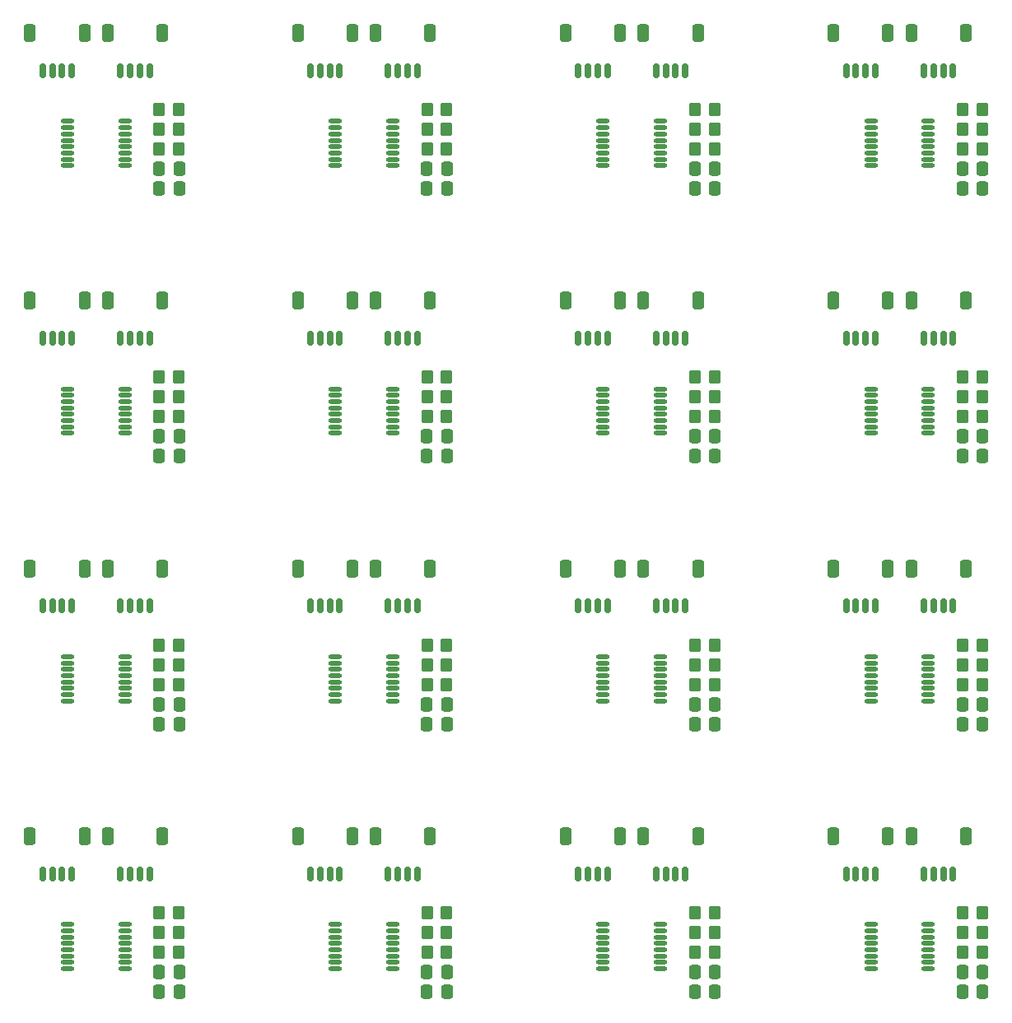
<source format=gbr>
%TF.GenerationSoftware,KiCad,Pcbnew,(6.0.7)*%
%TF.CreationDate,2022-10-24T21:44:15-05:00*%
%TF.ProjectId,Panelized,50616e65-6c69-47a6-9564-2e6b69636164,4*%
%TF.SameCoordinates,Original*%
%TF.FileFunction,Paste,Top*%
%TF.FilePolarity,Positive*%
%FSLAX46Y46*%
G04 Gerber Fmt 4.6, Leading zero omitted, Abs format (unit mm)*
G04 Created by KiCad (PCBNEW (6.0.7)) date 2022-10-24 21:44:15*
%MOMM*%
%LPD*%
G01*
G04 APERTURE LIST*
G04 Aperture macros list*
%AMRoundRect*
0 Rectangle with rounded corners*
0 $1 Rounding radius*
0 $2 $3 $4 $5 $6 $7 $8 $9 X,Y pos of 4 corners*
0 Add a 4 corners polygon primitive as box body*
4,1,4,$2,$3,$4,$5,$6,$7,$8,$9,$2,$3,0*
0 Add four circle primitives for the rounded corners*
1,1,$1+$1,$2,$3*
1,1,$1+$1,$4,$5*
1,1,$1+$1,$6,$7*
1,1,$1+$1,$8,$9*
0 Add four rect primitives between the rounded corners*
20,1,$1+$1,$2,$3,$4,$5,0*
20,1,$1+$1,$4,$5,$6,$7,0*
20,1,$1+$1,$6,$7,$8,$9,0*
20,1,$1+$1,$8,$9,$2,$3,0*%
G04 Aperture macros list end*
%ADD10O,1.400000X0.449999*%
%ADD11RoundRect,0.250000X0.350000X0.450000X-0.350000X0.450000X-0.350000X-0.450000X0.350000X-0.450000X0*%
%ADD12RoundRect,0.250000X0.337500X0.475000X-0.337500X0.475000X-0.337500X-0.475000X0.337500X-0.475000X0*%
%ADD13RoundRect,0.150000X0.150000X0.625000X-0.150000X0.625000X-0.150000X-0.625000X0.150000X-0.625000X0*%
%ADD14RoundRect,0.250000X0.350000X0.650000X-0.350000X0.650000X-0.350000X-0.650000X0.350000X-0.650000X0*%
%ADD15RoundRect,0.250000X-0.337500X-0.475000X0.337500X-0.475000X0.337500X0.475000X-0.337500X0.475000X0*%
G04 APERTURE END LIST*
D10*
%TO.C,U1*%
X60090001Y-33225001D03*
X60090001Y-33875002D03*
X60090001Y-34525001D03*
X60090001Y-35175002D03*
X60090001Y-35825001D03*
X60090001Y-36475002D03*
X60090001Y-37125001D03*
X60090001Y-37775002D03*
X65990002Y-37775002D03*
X65990002Y-37125001D03*
X65990002Y-36475002D03*
X65990002Y-35825001D03*
X65990002Y-35175002D03*
X65990002Y-34525001D03*
X65990002Y-33875002D03*
X65990002Y-33225001D03*
%TD*%
D11*
%TO.C,R3*%
X126620000Y-59540000D03*
X124620000Y-59540000D03*
%TD*%
D10*
%TO.C,U1*%
X60090001Y-60765001D03*
X60090001Y-61415002D03*
X60090001Y-62065001D03*
X60090001Y-62715002D03*
X60090001Y-63365001D03*
X60090001Y-64015002D03*
X60090001Y-64665001D03*
X60090001Y-65315002D03*
X65990002Y-65315002D03*
X65990002Y-64665001D03*
X65990002Y-64015002D03*
X65990002Y-63365001D03*
X65990002Y-62715002D03*
X65990002Y-62065001D03*
X65990002Y-61415002D03*
X65990002Y-60765001D03*
%TD*%
%TO.C,U1*%
X87630001Y-115845001D03*
X87630001Y-116495002D03*
X87630001Y-117145001D03*
X87630001Y-117795002D03*
X87630001Y-118445001D03*
X87630001Y-119095002D03*
X87630001Y-119745001D03*
X87630001Y-120395002D03*
X93530002Y-120395002D03*
X93530002Y-119745001D03*
X93530002Y-119095002D03*
X93530002Y-118445001D03*
X93530002Y-117795002D03*
X93530002Y-117145001D03*
X93530002Y-116495002D03*
X93530002Y-115845001D03*
%TD*%
D12*
%TO.C,C1*%
X126657500Y-38096000D03*
X124582500Y-38096000D03*
%TD*%
%TO.C,C1*%
X99117500Y-93176000D03*
X97042500Y-93176000D03*
%TD*%
D10*
%TO.C,U1*%
X87630001Y-88305001D03*
X87630001Y-88955002D03*
X87630001Y-89605001D03*
X87630001Y-90255002D03*
X87630001Y-90905001D03*
X87630001Y-91555002D03*
X87630001Y-92205001D03*
X87630001Y-92855002D03*
X93530002Y-92855002D03*
X93530002Y-92205001D03*
X93530002Y-91555002D03*
X93530002Y-90905001D03*
X93530002Y-90255002D03*
X93530002Y-89605001D03*
X93530002Y-88955002D03*
X93530002Y-88305001D03*
%TD*%
D13*
%TO.C,J3*%
X96080000Y-55540000D03*
X95080000Y-55540000D03*
X94080000Y-55540000D03*
X93080000Y-55540000D03*
D14*
X91780000Y-51665000D03*
X97380000Y-51665000D03*
%TD*%
D11*
%TO.C,R2*%
X71540000Y-91144000D03*
X69540000Y-91144000D03*
%TD*%
D12*
%TO.C,C1*%
X71577500Y-38096000D03*
X69502500Y-38096000D03*
%TD*%
D11*
%TO.C,R3*%
X99080000Y-32000000D03*
X97080000Y-32000000D03*
%TD*%
D13*
%TO.C,J3*%
X68540000Y-83080000D03*
X67540000Y-83080000D03*
X66540000Y-83080000D03*
X65540000Y-83080000D03*
D14*
X69840000Y-79205000D03*
X64240000Y-79205000D03*
%TD*%
D10*
%TO.C,U1*%
X115170001Y-115845001D03*
X115170001Y-116495002D03*
X115170001Y-117145001D03*
X115170001Y-117795002D03*
X115170001Y-118445001D03*
X115170001Y-119095002D03*
X115170001Y-119745001D03*
X115170001Y-120395002D03*
X121070002Y-120395002D03*
X121070002Y-119745001D03*
X121070002Y-119095002D03*
X121070002Y-118445001D03*
X121070002Y-117795002D03*
X121070002Y-117145001D03*
X121070002Y-116495002D03*
X121070002Y-115845001D03*
%TD*%
D11*
%TO.C,R1*%
X99080000Y-116652000D03*
X97080000Y-116652000D03*
%TD*%
D12*
%TO.C,C1*%
X126657500Y-93176000D03*
X124582500Y-93176000D03*
%TD*%
D13*
%TO.C,J3*%
X96080000Y-83080000D03*
X95080000Y-83080000D03*
X94080000Y-83080000D03*
X93080000Y-83080000D03*
D14*
X97380000Y-79205000D03*
X91780000Y-79205000D03*
%TD*%
D11*
%TO.C,R2*%
X126620000Y-118684000D03*
X124620000Y-118684000D03*
%TD*%
%TO.C,R1*%
X71540000Y-89112000D03*
X69540000Y-89112000D03*
%TD*%
D15*
%TO.C,C2*%
X41962500Y-95208000D03*
X44037500Y-95208000D03*
%TD*%
D10*
%TO.C,U1*%
X87630001Y-33225001D03*
X87630001Y-33875002D03*
X87630001Y-34525001D03*
X87630001Y-35175002D03*
X87630001Y-35825001D03*
X87630001Y-36475002D03*
X87630001Y-37125001D03*
X87630001Y-37775002D03*
X93530002Y-37775002D03*
X93530002Y-37125001D03*
X93530002Y-36475002D03*
X93530002Y-35825001D03*
X93530002Y-35175002D03*
X93530002Y-34525001D03*
X93530002Y-33875002D03*
X93530002Y-33225001D03*
%TD*%
%TO.C,U1*%
X32550001Y-33225001D03*
X32550001Y-33875002D03*
X32550001Y-34525001D03*
X32550001Y-35175002D03*
X32550001Y-35825001D03*
X32550001Y-36475002D03*
X32550001Y-37125001D03*
X32550001Y-37775002D03*
X38450002Y-37775002D03*
X38450002Y-37125001D03*
X38450002Y-36475002D03*
X38450002Y-35825001D03*
X38450002Y-35175002D03*
X38450002Y-34525001D03*
X38450002Y-33875002D03*
X38450002Y-33225001D03*
%TD*%
D12*
%TO.C,C1*%
X71577500Y-65636000D03*
X69502500Y-65636000D03*
%TD*%
D11*
%TO.C,R3*%
X44000000Y-32000000D03*
X42000000Y-32000000D03*
%TD*%
%TO.C,R2*%
X44000000Y-36064000D03*
X42000000Y-36064000D03*
%TD*%
D13*
%TO.C,J3*%
X68540000Y-55540000D03*
X67540000Y-55540000D03*
X66540000Y-55540000D03*
X65540000Y-55540000D03*
D14*
X64240000Y-51665000D03*
X69840000Y-51665000D03*
%TD*%
D10*
%TO.C,U1*%
X60090001Y-115845001D03*
X60090001Y-116495002D03*
X60090001Y-117145001D03*
X60090001Y-117795002D03*
X60090001Y-118445001D03*
X60090001Y-119095002D03*
X60090001Y-119745001D03*
X60090001Y-120395002D03*
X65990002Y-120395002D03*
X65990002Y-119745001D03*
X65990002Y-119095002D03*
X65990002Y-118445001D03*
X65990002Y-117795002D03*
X65990002Y-117145001D03*
X65990002Y-116495002D03*
X65990002Y-115845001D03*
%TD*%
D13*
%TO.C,J1*%
X60540000Y-83080000D03*
X59540000Y-83080000D03*
X58540000Y-83080000D03*
X57540000Y-83080000D03*
D14*
X61840000Y-79205000D03*
X56240000Y-79205000D03*
%TD*%
D11*
%TO.C,R1*%
X99080000Y-89112000D03*
X97080000Y-89112000D03*
%TD*%
%TO.C,R3*%
X44000000Y-114620000D03*
X42000000Y-114620000D03*
%TD*%
%TO.C,R1*%
X126620000Y-61572000D03*
X124620000Y-61572000D03*
%TD*%
D10*
%TO.C,U1*%
X87630001Y-60765001D03*
X87630001Y-61415002D03*
X87630001Y-62065001D03*
X87630001Y-62715002D03*
X87630001Y-63365001D03*
X87630001Y-64015002D03*
X87630001Y-64665001D03*
X87630001Y-65315002D03*
X93530002Y-65315002D03*
X93530002Y-64665001D03*
X93530002Y-64015002D03*
X93530002Y-63365001D03*
X93530002Y-62715002D03*
X93530002Y-62065001D03*
X93530002Y-61415002D03*
X93530002Y-60765001D03*
%TD*%
D13*
%TO.C,J1*%
X115620000Y-110620000D03*
X114620000Y-110620000D03*
X113620000Y-110620000D03*
X112620000Y-110620000D03*
D14*
X111320000Y-106745000D03*
X116920000Y-106745000D03*
%TD*%
D11*
%TO.C,R1*%
X126620000Y-34032000D03*
X124620000Y-34032000D03*
%TD*%
D10*
%TO.C,U1*%
X115170001Y-60765001D03*
X115170001Y-61415002D03*
X115170001Y-62065001D03*
X115170001Y-62715002D03*
X115170001Y-63365001D03*
X115170001Y-64015002D03*
X115170001Y-64665001D03*
X115170001Y-65315002D03*
X121070002Y-65315002D03*
X121070002Y-64665001D03*
X121070002Y-64015002D03*
X121070002Y-63365001D03*
X121070002Y-62715002D03*
X121070002Y-62065001D03*
X121070002Y-61415002D03*
X121070002Y-60765001D03*
%TD*%
D11*
%TO.C,R2*%
X99080000Y-36064000D03*
X97080000Y-36064000D03*
%TD*%
%TO.C,R2*%
X99080000Y-91144000D03*
X97080000Y-91144000D03*
%TD*%
D12*
%TO.C,C1*%
X126657500Y-65636000D03*
X124582500Y-65636000D03*
%TD*%
D11*
%TO.C,R2*%
X126620000Y-36064000D03*
X124620000Y-36064000D03*
%TD*%
D15*
%TO.C,C2*%
X124582500Y-67668000D03*
X126657500Y-67668000D03*
%TD*%
D11*
%TO.C,R3*%
X99080000Y-87080000D03*
X97080000Y-87080000D03*
%TD*%
D15*
%TO.C,C2*%
X124582500Y-95208000D03*
X126657500Y-95208000D03*
%TD*%
D11*
%TO.C,R2*%
X71540000Y-118684000D03*
X69540000Y-118684000D03*
%TD*%
%TO.C,R2*%
X44000000Y-91144000D03*
X42000000Y-91144000D03*
%TD*%
D12*
%TO.C,C1*%
X44037500Y-93176000D03*
X41962500Y-93176000D03*
%TD*%
D13*
%TO.C,J3*%
X41000000Y-110620000D03*
X40000000Y-110620000D03*
X39000000Y-110620000D03*
X38000000Y-110620000D03*
D14*
X42300000Y-106745000D03*
X36700000Y-106745000D03*
%TD*%
D12*
%TO.C,C1*%
X44037500Y-38096000D03*
X41962500Y-38096000D03*
%TD*%
D13*
%TO.C,J3*%
X41000000Y-55540000D03*
X40000000Y-55540000D03*
X39000000Y-55540000D03*
X38000000Y-55540000D03*
D14*
X42300000Y-51665000D03*
X36700000Y-51665000D03*
%TD*%
D15*
%TO.C,C2*%
X97042500Y-122748000D03*
X99117500Y-122748000D03*
%TD*%
D12*
%TO.C,C1*%
X71577500Y-93176000D03*
X69502500Y-93176000D03*
%TD*%
D13*
%TO.C,J1*%
X88080000Y-110620000D03*
X87080000Y-110620000D03*
X86080000Y-110620000D03*
X85080000Y-110620000D03*
D14*
X83780000Y-106745000D03*
X89380000Y-106745000D03*
%TD*%
D11*
%TO.C,R1*%
X126620000Y-89112000D03*
X124620000Y-89112000D03*
%TD*%
D12*
%TO.C,C1*%
X126657500Y-120716000D03*
X124582500Y-120716000D03*
%TD*%
D15*
%TO.C,C2*%
X41962500Y-40128000D03*
X44037500Y-40128000D03*
%TD*%
D11*
%TO.C,R3*%
X99080000Y-114620000D03*
X97080000Y-114620000D03*
%TD*%
D13*
%TO.C,J1*%
X115620000Y-55540000D03*
X114620000Y-55540000D03*
X113620000Y-55540000D03*
X112620000Y-55540000D03*
D14*
X116920000Y-51665000D03*
X111320000Y-51665000D03*
%TD*%
D11*
%TO.C,R2*%
X71540000Y-36064000D03*
X69540000Y-36064000D03*
%TD*%
D13*
%TO.C,J1*%
X115620000Y-28000000D03*
X114620000Y-28000000D03*
X113620000Y-28000000D03*
X112620000Y-28000000D03*
D14*
X111320000Y-24125000D03*
X116920000Y-24125000D03*
%TD*%
D13*
%TO.C,J1*%
X88080000Y-28000000D03*
X87080000Y-28000000D03*
X86080000Y-28000000D03*
X85080000Y-28000000D03*
D14*
X89380000Y-24125000D03*
X83780000Y-24125000D03*
%TD*%
D11*
%TO.C,R3*%
X126620000Y-32000000D03*
X124620000Y-32000000D03*
%TD*%
%TO.C,R3*%
X71540000Y-59540000D03*
X69540000Y-59540000D03*
%TD*%
%TO.C,R2*%
X44000000Y-118684000D03*
X42000000Y-118684000D03*
%TD*%
D13*
%TO.C,J3*%
X96080000Y-28000000D03*
X95080000Y-28000000D03*
X94080000Y-28000000D03*
X93080000Y-28000000D03*
D14*
X91780000Y-24125000D03*
X97380000Y-24125000D03*
%TD*%
D10*
%TO.C,U1*%
X32550001Y-115845001D03*
X32550001Y-116495002D03*
X32550001Y-117145001D03*
X32550001Y-117795002D03*
X32550001Y-118445001D03*
X32550001Y-119095002D03*
X32550001Y-119745001D03*
X32550001Y-120395002D03*
X38450002Y-120395002D03*
X38450002Y-119745001D03*
X38450002Y-119095002D03*
X38450002Y-118445001D03*
X38450002Y-117795002D03*
X38450002Y-117145001D03*
X38450002Y-116495002D03*
X38450002Y-115845001D03*
%TD*%
D11*
%TO.C,R1*%
X44000000Y-89112000D03*
X42000000Y-89112000D03*
%TD*%
D13*
%TO.C,J1*%
X33000000Y-110620000D03*
X32000000Y-110620000D03*
X31000000Y-110620000D03*
X30000000Y-110620000D03*
D14*
X28700000Y-106745000D03*
X34300000Y-106745000D03*
%TD*%
D11*
%TO.C,R1*%
X71540000Y-34032000D03*
X69540000Y-34032000D03*
%TD*%
D10*
%TO.C,U1*%
X60090001Y-88305001D03*
X60090001Y-88955002D03*
X60090001Y-89605001D03*
X60090001Y-90255002D03*
X60090001Y-90905001D03*
X60090001Y-91555002D03*
X60090001Y-92205001D03*
X60090001Y-92855002D03*
X65990002Y-92855002D03*
X65990002Y-92205001D03*
X65990002Y-91555002D03*
X65990002Y-90905001D03*
X65990002Y-90255002D03*
X65990002Y-89605001D03*
X65990002Y-88955002D03*
X65990002Y-88305001D03*
%TD*%
D12*
%TO.C,C1*%
X99117500Y-65636000D03*
X97042500Y-65636000D03*
%TD*%
D11*
%TO.C,R3*%
X44000000Y-59540000D03*
X42000000Y-59540000D03*
%TD*%
D15*
%TO.C,C2*%
X69502500Y-122748000D03*
X71577500Y-122748000D03*
%TD*%
D12*
%TO.C,C1*%
X99117500Y-120716000D03*
X97042500Y-120716000D03*
%TD*%
D13*
%TO.C,J3*%
X123620000Y-83080000D03*
X122620000Y-83080000D03*
X121620000Y-83080000D03*
X120620000Y-83080000D03*
D14*
X124920000Y-79205000D03*
X119320000Y-79205000D03*
%TD*%
D11*
%TO.C,R1*%
X44000000Y-116652000D03*
X42000000Y-116652000D03*
%TD*%
D13*
%TO.C,J3*%
X68540000Y-28000000D03*
X67540000Y-28000000D03*
X66540000Y-28000000D03*
X65540000Y-28000000D03*
D14*
X64240000Y-24125000D03*
X69840000Y-24125000D03*
%TD*%
D15*
%TO.C,C2*%
X69502500Y-67668000D03*
X71577500Y-67668000D03*
%TD*%
D11*
%TO.C,R1*%
X99080000Y-61572000D03*
X97080000Y-61572000D03*
%TD*%
%TO.C,R3*%
X126620000Y-87080000D03*
X124620000Y-87080000D03*
%TD*%
%TO.C,R2*%
X99080000Y-63604000D03*
X97080000Y-63604000D03*
%TD*%
D13*
%TO.C,J3*%
X41000000Y-28000000D03*
X40000000Y-28000000D03*
X39000000Y-28000000D03*
X38000000Y-28000000D03*
D14*
X42300000Y-24125000D03*
X36700000Y-24125000D03*
%TD*%
D15*
%TO.C,C2*%
X124582500Y-40128000D03*
X126657500Y-40128000D03*
%TD*%
D13*
%TO.C,J3*%
X96080000Y-110620000D03*
X95080000Y-110620000D03*
X94080000Y-110620000D03*
X93080000Y-110620000D03*
D14*
X97380000Y-106745000D03*
X91780000Y-106745000D03*
%TD*%
D13*
%TO.C,J1*%
X88080000Y-55540000D03*
X87080000Y-55540000D03*
X86080000Y-55540000D03*
X85080000Y-55540000D03*
D14*
X89380000Y-51665000D03*
X83780000Y-51665000D03*
%TD*%
D11*
%TO.C,R2*%
X99080000Y-118684000D03*
X97080000Y-118684000D03*
%TD*%
D12*
%TO.C,C1*%
X71577500Y-120716000D03*
X69502500Y-120716000D03*
%TD*%
D13*
%TO.C,J1*%
X33000000Y-55540000D03*
X32000000Y-55540000D03*
X31000000Y-55540000D03*
X30000000Y-55540000D03*
D14*
X28700000Y-51665000D03*
X34300000Y-51665000D03*
%TD*%
D12*
%TO.C,C1*%
X44037500Y-120716000D03*
X41962500Y-120716000D03*
%TD*%
D15*
%TO.C,C2*%
X97042500Y-67668000D03*
X99117500Y-67668000D03*
%TD*%
D13*
%TO.C,J1*%
X88080000Y-83080000D03*
X87080000Y-83080000D03*
X86080000Y-83080000D03*
X85080000Y-83080000D03*
D14*
X89380000Y-79205000D03*
X83780000Y-79205000D03*
%TD*%
D13*
%TO.C,J3*%
X123620000Y-110620000D03*
X122620000Y-110620000D03*
X121620000Y-110620000D03*
X120620000Y-110620000D03*
D14*
X124920000Y-106745000D03*
X119320000Y-106745000D03*
%TD*%
D10*
%TO.C,U1*%
X32550001Y-88305001D03*
X32550001Y-88955002D03*
X32550001Y-89605001D03*
X32550001Y-90255002D03*
X32550001Y-90905001D03*
X32550001Y-91555002D03*
X32550001Y-92205001D03*
X32550001Y-92855002D03*
X38450002Y-92855002D03*
X38450002Y-92205001D03*
X38450002Y-91555002D03*
X38450002Y-90905001D03*
X38450002Y-90255002D03*
X38450002Y-89605001D03*
X38450002Y-88955002D03*
X38450002Y-88305001D03*
%TD*%
D13*
%TO.C,J3*%
X123620000Y-28000000D03*
X122620000Y-28000000D03*
X121620000Y-28000000D03*
X120620000Y-28000000D03*
D14*
X124920000Y-24125000D03*
X119320000Y-24125000D03*
%TD*%
D15*
%TO.C,C2*%
X41962500Y-122748000D03*
X44037500Y-122748000D03*
%TD*%
D10*
%TO.C,U1*%
X32550001Y-60765001D03*
X32550001Y-61415002D03*
X32550001Y-62065001D03*
X32550001Y-62715002D03*
X32550001Y-63365001D03*
X32550001Y-64015002D03*
X32550001Y-64665001D03*
X32550001Y-65315002D03*
X38450002Y-65315002D03*
X38450002Y-64665001D03*
X38450002Y-64015002D03*
X38450002Y-63365001D03*
X38450002Y-62715002D03*
X38450002Y-62065001D03*
X38450002Y-61415002D03*
X38450002Y-60765001D03*
%TD*%
D13*
%TO.C,J1*%
X60540000Y-28000000D03*
X59540000Y-28000000D03*
X58540000Y-28000000D03*
X57540000Y-28000000D03*
D14*
X56240000Y-24125000D03*
X61840000Y-24125000D03*
%TD*%
D13*
%TO.C,J1*%
X33000000Y-28000000D03*
X32000000Y-28000000D03*
X31000000Y-28000000D03*
X30000000Y-28000000D03*
D14*
X34300000Y-24125000D03*
X28700000Y-24125000D03*
%TD*%
D11*
%TO.C,R2*%
X126620000Y-91144000D03*
X124620000Y-91144000D03*
%TD*%
D13*
%TO.C,J1*%
X33000000Y-83080000D03*
X32000000Y-83080000D03*
X31000000Y-83080000D03*
X30000000Y-83080000D03*
D14*
X28700000Y-79205000D03*
X34300000Y-79205000D03*
%TD*%
D11*
%TO.C,R3*%
X44000000Y-87080000D03*
X42000000Y-87080000D03*
%TD*%
%TO.C,R3*%
X71540000Y-32000000D03*
X69540000Y-32000000D03*
%TD*%
D13*
%TO.C,J3*%
X123620000Y-55540000D03*
X122620000Y-55540000D03*
X121620000Y-55540000D03*
X120620000Y-55540000D03*
D14*
X119320000Y-51665000D03*
X124920000Y-51665000D03*
%TD*%
D11*
%TO.C,R1*%
X126620000Y-116652000D03*
X124620000Y-116652000D03*
%TD*%
%TO.C,R3*%
X71540000Y-87080000D03*
X69540000Y-87080000D03*
%TD*%
D15*
%TO.C,C2*%
X69502500Y-40128000D03*
X71577500Y-40128000D03*
%TD*%
D10*
%TO.C,U1*%
X115170001Y-33225001D03*
X115170001Y-33875002D03*
X115170001Y-34525001D03*
X115170001Y-35175002D03*
X115170001Y-35825001D03*
X115170001Y-36475002D03*
X115170001Y-37125001D03*
X115170001Y-37775002D03*
X121070002Y-37775002D03*
X121070002Y-37125001D03*
X121070002Y-36475002D03*
X121070002Y-35825001D03*
X121070002Y-35175002D03*
X121070002Y-34525001D03*
X121070002Y-33875002D03*
X121070002Y-33225001D03*
%TD*%
D11*
%TO.C,R3*%
X99080000Y-59540000D03*
X97080000Y-59540000D03*
%TD*%
D13*
%TO.C,J1*%
X60540000Y-110620000D03*
X59540000Y-110620000D03*
X58540000Y-110620000D03*
X57540000Y-110620000D03*
D14*
X61840000Y-106745000D03*
X56240000Y-106745000D03*
%TD*%
D15*
%TO.C,C2*%
X97042500Y-95208000D03*
X99117500Y-95208000D03*
%TD*%
D12*
%TO.C,C1*%
X99117500Y-38096000D03*
X97042500Y-38096000D03*
%TD*%
D15*
%TO.C,C2*%
X69502500Y-95208000D03*
X71577500Y-95208000D03*
%TD*%
D11*
%TO.C,R2*%
X44000000Y-63604000D03*
X42000000Y-63604000D03*
%TD*%
%TO.C,R1*%
X71540000Y-61572000D03*
X69540000Y-61572000D03*
%TD*%
%TO.C,R1*%
X44000000Y-61572000D03*
X42000000Y-61572000D03*
%TD*%
%TO.C,R3*%
X126620000Y-114620000D03*
X124620000Y-114620000D03*
%TD*%
%TO.C,R2*%
X126620000Y-63604000D03*
X124620000Y-63604000D03*
%TD*%
D15*
%TO.C,C2*%
X97042500Y-40128000D03*
X99117500Y-40128000D03*
%TD*%
D13*
%TO.C,J3*%
X68540000Y-110620000D03*
X67540000Y-110620000D03*
X66540000Y-110620000D03*
X65540000Y-110620000D03*
D14*
X64240000Y-106745000D03*
X69840000Y-106745000D03*
%TD*%
D15*
%TO.C,C2*%
X124582500Y-122748000D03*
X126657500Y-122748000D03*
%TD*%
D13*
%TO.C,J1*%
X60540000Y-55540000D03*
X59540000Y-55540000D03*
X58540000Y-55540000D03*
X57540000Y-55540000D03*
D14*
X61840000Y-51665000D03*
X56240000Y-51665000D03*
%TD*%
D10*
%TO.C,U1*%
X115170001Y-88305001D03*
X115170001Y-88955002D03*
X115170001Y-89605001D03*
X115170001Y-90255002D03*
X115170001Y-90905001D03*
X115170001Y-91555002D03*
X115170001Y-92205001D03*
X115170001Y-92855002D03*
X121070002Y-92855002D03*
X121070002Y-92205001D03*
X121070002Y-91555002D03*
X121070002Y-90905001D03*
X121070002Y-90255002D03*
X121070002Y-89605001D03*
X121070002Y-88955002D03*
X121070002Y-88305001D03*
%TD*%
D11*
%TO.C,R3*%
X71540000Y-114620000D03*
X69540000Y-114620000D03*
%TD*%
%TO.C,R1*%
X71540000Y-116652000D03*
X69540000Y-116652000D03*
%TD*%
%TO.C,R2*%
X71540000Y-63604000D03*
X69540000Y-63604000D03*
%TD*%
D13*
%TO.C,J3*%
X41000000Y-83080000D03*
X40000000Y-83080000D03*
X39000000Y-83080000D03*
X38000000Y-83080000D03*
D14*
X42300000Y-79205000D03*
X36700000Y-79205000D03*
%TD*%
D11*
%TO.C,R1*%
X44000000Y-34032000D03*
X42000000Y-34032000D03*
%TD*%
D12*
%TO.C,C1*%
X44037500Y-65636000D03*
X41962500Y-65636000D03*
%TD*%
D15*
%TO.C,C2*%
X41962500Y-67668000D03*
X44037500Y-67668000D03*
%TD*%
D11*
%TO.C,R1*%
X99080000Y-34032000D03*
X97080000Y-34032000D03*
%TD*%
D13*
%TO.C,J1*%
X115620000Y-83080000D03*
X114620000Y-83080000D03*
X113620000Y-83080000D03*
X112620000Y-83080000D03*
D14*
X111320000Y-79205000D03*
X116920000Y-79205000D03*
%TD*%
M02*

</source>
